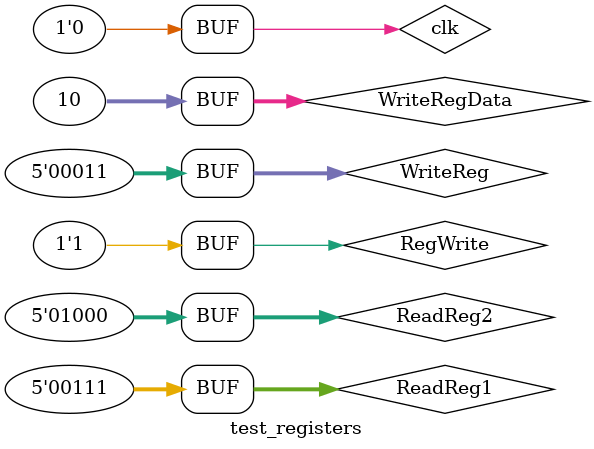
<source format=v>
module test_registers;

	// Inputs
	reg clk;
	reg RegWrite;
	reg [4:0] ReadReg1;
	reg [4:0] ReadReg2;
	reg [4:0] WriteReg;
	reg [31:0] WriteRegData;

	// Outputs
	wire [31:0] ReadData1;
	wire [31:0] ReadData2;

	// Instantiate the Unit Under Test (UUT)
	Registers_32 uut (
		.clk(clk), 
		.RegWrite(RegWrite), 
		.ReadReg1(ReadReg1), 
		.ReadReg2(ReadReg2), 
		.WriteReg(WriteReg), 
		.WriteRegData(WriteRegData), 
		.ReadData1(ReadData1), 
		.ReadData2(ReadData2)
	);

	initial begin
		// Initialize Inputs
		clk = 0;
		RegWrite = 1;
		ReadReg1 = 7;
		ReadReg2 = 8;
		WriteReg = 3;
		WriteRegData = 10;

		// Wait 100 ns for global reset to finish
		#100;
        
		// Add stimulus here

	end
      
endmodule
</source>
